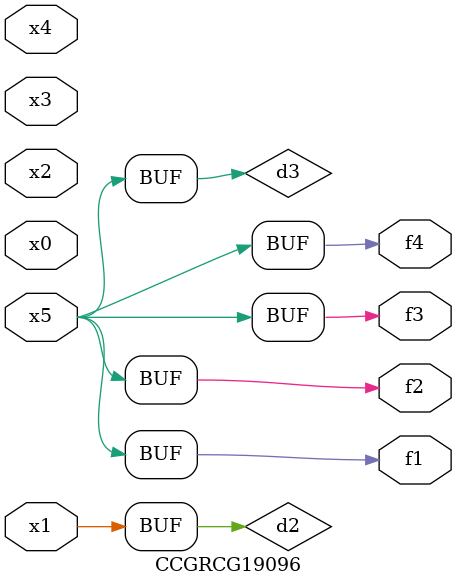
<source format=v>
module CCGRCG19096(
	input x0, x1, x2, x3, x4, x5,
	output f1, f2, f3, f4
);

	wire d1, d2, d3;

	not (d1, x5);
	or (d2, x1);
	xnor (d3, d1);
	assign f1 = d3;
	assign f2 = d3;
	assign f3 = d3;
	assign f4 = d3;
endmodule

</source>
